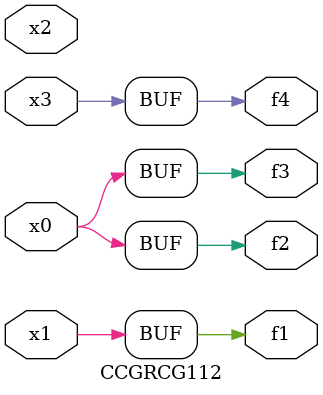
<source format=v>
module CCGRCG112(
	input x0, x1, x2, x3,
	output f1, f2, f3, f4
);
	assign f1 = x1;
	assign f2 = x0;
	assign f3 = x0;
	assign f4 = x3;
endmodule

</source>
